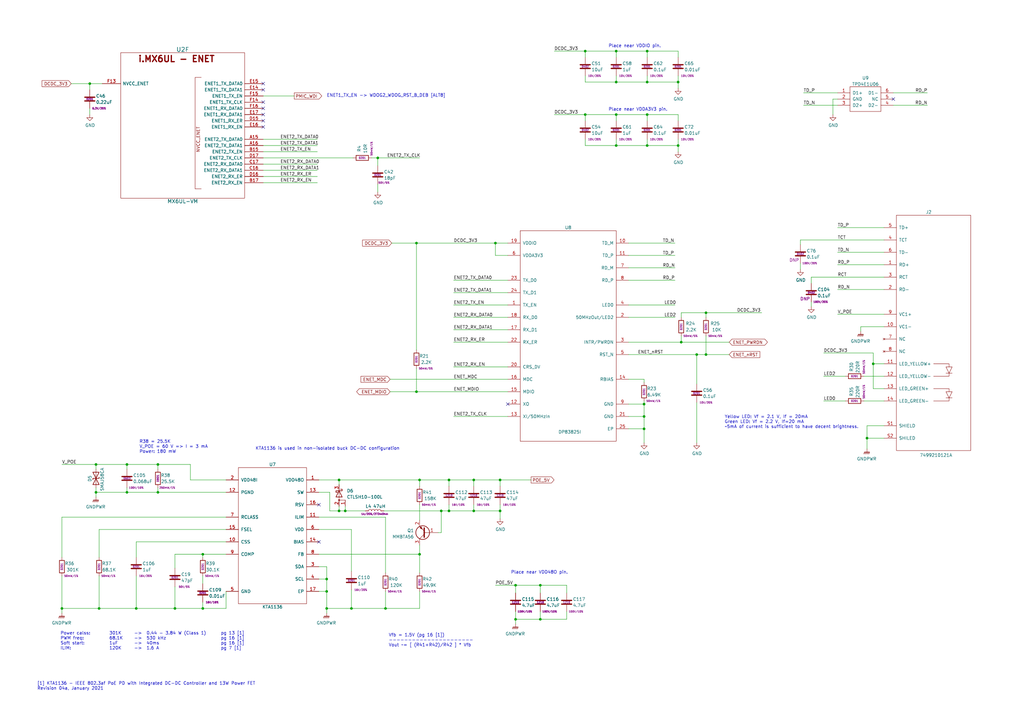
<source format=kicad_sch>
(kicad_sch (version 20230121) (generator eeschema)
  (paper "A3")
  (title_block (title "USB armory Mk II LAN") (date "2023-10-02") (rev "β") (company "WithSecure") (comment 1 "Copyright © WithSecure Corporation") (comment 2 "License: CERN-OHL-S") (comment 3 "https://github.com/usbarmory/usbarmory"))
  (junction (at 71.755 249.555))
  (junction (at 252.73 59.69))
  (junction (at 205.105 196.85))
  (junction (at 355.6 179.705))
  (junction (at 265.43 59.69))
  (junction (at 289.56 145.415))
  (junction (at 39.37 201.93))
  (junction (at 279.4 140.335))
  (junction (at 278.13 59.69))
  (junction (at 83.185 227.33))
  (junction (at 203.2 99.695))
  (junction (at 252.73 46.99))
  (junction (at 194.31 196.85))
  (junction (at 141.605 209.55))
  (junction (at 221.615 254))
  (junction (at 264.16 170.815))
  (junction (at 184.15 196.85))
  (junction (at 139.065 196.85))
  (junction (at 144.145 249.555))
  (junction (at 205.105 209.55))
  (junction (at 240.03 46.99))
  (junction (at 25.4 249.555))
  (junction (at 289.56 128.27))
  (junction (at 55.88 249.555))
  (junction (at 265.43 46.99))
  (junction (at 133.985 242.57))
  (junction (at 285.75 145.415))
  (junction (at 278.13 33.655))
  (junction (at 52.07 201.93))
  (junction (at 170.815 160.655))
  (junction (at 83.185 249.555))
  (junction (at 154.94 64.77))
  (junction (at 211.455 240.03))
  (junction (at 252.73 33.655))
  (junction (at 133.985 237.49))
  (junction (at 170.815 99.695))
  (junction (at 64.77 190.5))
  (junction (at 265.43 33.655))
  (junction (at 240.03 20.955))
  (junction (at 172.085 196.85))
  (junction (at 358.14 149.225))
  (junction (at 184.15 209.55))
  (junction (at 252.73 20.955))
  (junction (at 64.77 201.93))
  (junction (at 133.985 249.555))
  (junction (at 211.455 254))
  (junction (at 52.07 190.5))
  (junction (at 264.16 175.895))
  (junction (at 264.16 165.735))
  (junction (at 265.43 20.955))
  (junction (at 172.085 227.33))
  (junction (at 194.31 209.55))
  (junction (at 40.64 249.555))
  (junction (at 180.975 209.55))
  (junction (at 36.83 34.29))
  (junction (at 158.115 249.555))
  (junction (at 139.065 209.55))
  (junction (at 39.37 190.5))
  (junction (at 221.615 240.03))
  (no_connect (at 107.95 36.83))
  (no_connect (at 107.95 44.45))
  (no_connect (at 107.95 49.53))
  (no_connect (at 107.95 34.29))
  (no_connect (at 130.81 207.01))
  (no_connect (at 107.95 41.91))
  (no_connect (at 366.395 40.64))
  (no_connect (at 107.95 46.99))
  (no_connect (at 130.81 222.25))
  (no_connect (at 208.28 165.735))
  (no_connect (at 107.95 52.07))
  (wire (pts (xy 240.03 46.99) (xy 252.73 46.99)))
  (wire (pts (xy 186.055 150.495) (xy 208.28 150.495)))
  (wire (pts (xy 133.985 232.41) (xy 133.985 237.49)))
  (wire (pts (xy 227.33 46.99) (xy 240.03 46.99)))
  (wire (pts (xy 158.115 249.555) (xy 144.145 249.555)))
  (wire (pts (xy 362.585 133.985) (xy 353.06 133.985)))
  (wire (pts (xy 39.37 190.5) (xy 39.37 192.405)))
  (wire (pts (xy 289.56 137.795) (xy 289.56 145.415)))
  (wire (pts (xy 278.13 33.655) (xy 278.13 36.195)))
  (wire (pts (xy 160.655 99.695) (xy 170.815 99.695)))
  (wire (pts (xy 337.82 154.305) (xy 346.71 154.305)))
  (wire (pts (xy 83.185 236.22) (xy 83.185 239.395)))
  (wire (pts (xy 265.43 46.99) (xy 278.13 46.99)))
  (wire (pts (xy 64.77 200.025) (xy 64.77 201.93)))
  (wire (pts (xy 154.94 64.77) (xy 172.085 64.77)))
  (wire (pts (xy 157.48 209.55) (xy 180.975 209.55)))
  (wire (pts (xy 265.43 49.53) (xy 265.43 46.99)))
  (wire (pts (xy 332.74 123.825) (xy 332.74 125.73)))
  (wire (pts (xy 355.6 174.625) (xy 355.6 179.705)))
  (wire (pts (xy 135.255 209.55) (xy 139.065 209.55)))
  (wire (pts (xy 107.95 59.69) (xy 130.175 59.69)))
  (wire (pts (xy 170.815 99.695) (xy 203.2 99.695)))
  (wire (pts (xy 78.105 190.5) (xy 78.105 196.85)))
  (wire (pts (xy 39.37 200.025) (xy 39.37 201.93)))
  (wire (pts (xy 130.81 242.57) (xy 133.985 242.57)))
  (wire (pts (xy 341.63 40.64) (xy 341.63 46.99)))
  (wire (pts (xy 25.4 249.555) (xy 25.4 251.46)))
  (wire (pts (xy 107.95 69.85) (xy 130.175 69.85)))
  (wire (pts (xy 257.81 165.735) (xy 264.16 165.735)))
  (wire (pts (xy 343.535 118.745) (xy 362.585 118.745)))
  (wire (pts (xy 278.13 33.655) (xy 278.13 31.115)))
  (wire (pts (xy 265.43 59.69) (xy 278.13 59.69)))
  (wire (pts (xy 252.73 46.99) (xy 265.43 46.99)))
  (wire (pts (xy 278.13 59.69) (xy 278.13 57.15)))
  (wire (pts (xy 158.115 249.555) (xy 172.085 249.555)))
  (wire (pts (xy 107.95 39.37) (xy 120.65 39.37)))
  (wire (pts (xy 40.64 217.17) (xy 92.71 217.17)))
  (wire (pts (xy 55.88 249.555) (xy 40.64 249.555)))
  (wire (pts (xy 211.455 254) (xy 211.455 255.905)))
  (wire (pts (xy 257.81 99.695) (xy 276.86 99.695)))
  (wire (pts (xy 208.28 104.775) (xy 203.2 104.775)))
  (wire (pts (xy 252.73 33.655) (xy 265.43 33.655)))
  (wire (pts (xy 265.43 33.655) (xy 265.43 31.115)))
  (wire (pts (xy 170.815 160.655) (xy 208.28 160.655)))
  (wire (pts (xy 36.83 44.45) (xy 36.83 46.99)))
  (wire (pts (xy 71.755 240.665) (xy 71.755 249.555)))
  (wire (pts (xy 279.4 137.795) (xy 279.4 140.335)))
  (wire (pts (xy 130.81 217.17) (xy 144.145 217.17)))
  (wire (pts (xy 186.055 140.335) (xy 208.28 140.335)))
  (wire (pts (xy 353.06 133.985) (xy 353.06 135.89)))
  (wire (pts (xy 107.95 64.77) (xy 144.78 64.77)))
  (wire (pts (xy 279.4 130.175) (xy 279.4 128.27)))
  (wire (pts (xy 29.21 34.29) (xy 36.83 34.29)))
  (wire (pts (xy 194.31 196.85) (xy 205.105 196.85)))
  (wire (pts (xy 172.085 227.33) (xy 172.085 234.95)))
  (wire (pts (xy 139.065 196.85) (xy 172.085 196.85)))
  (wire (pts (xy 211.455 240.03) (xy 203.2 240.03)))
  (wire (pts (xy 64.77 201.93) (xy 92.71 201.93)))
  (wire (pts (xy 285.75 145.415) (xy 285.75 157.48)))
  (wire (pts (xy 205.105 209.55) (xy 205.105 212.725)))
  (wire (pts (xy 332.74 113.665) (xy 332.74 116.205)))
  (wire (pts (xy 92.71 242.57) (xy 92.71 249.555)))
  (wire (pts (xy 25.4 212.09) (xy 25.4 228.6)))
  (wire (pts (xy 186.055 125.095) (xy 208.28 125.095)))
  (wire (pts (xy 289.56 145.415) (xy 299.085 145.415)))
  (wire (pts (xy 179.705 218.44) (xy 180.975 218.44)))
  (wire (pts (xy 240.03 49.53) (xy 240.03 46.99)))
  (wire (pts (xy 205.105 196.85) (xy 217.805 196.85)))
  (wire (pts (xy 64.77 190.5) (xy 78.105 190.5)))
  (wire (pts (xy 264.16 155.575) (xy 264.16 156.845)))
  (wire (pts (xy 337.82 144.78) (xy 358.14 144.78)))
  (wire (pts (xy 52.07 200.025) (xy 52.07 201.93)))
  (wire (pts (xy 221.615 240.03) (xy 211.455 240.03)))
  (wire (pts (xy 257.81 109.855) (xy 276.86 109.855)))
  (wire (pts (xy 25.4 190.5) (xy 39.37 190.5)))
  (wire (pts (xy 36.83 34.29) (xy 41.91 34.29)))
  (wire (pts (xy 205.105 209.55) (xy 205.105 207.01)))
  (wire (pts (xy 343.535 93.345) (xy 362.585 93.345)))
  (wire (pts (xy 240.03 59.69) (xy 252.73 59.69)))
  (wire (pts (xy 203.2 104.775) (xy 203.2 99.695)))
  (wire (pts (xy 252.73 49.53) (xy 252.73 46.99)))
  (wire (pts (xy 264.16 175.895) (xy 264.16 181.61)))
  (wire (pts (xy 139.065 207.645) (xy 139.065 209.55)))
  (wire (pts (xy 40.64 236.22) (xy 40.64 249.555)))
  (wire (pts (xy 289.56 128.27) (xy 289.56 130.175)))
  (wire (pts (xy 139.065 196.85) (xy 139.065 198.755)))
  (wire (pts (xy 55.88 222.25) (xy 92.71 222.25)))
  (wire (pts (xy 107.95 72.39) (xy 130.175 72.39)))
  (wire (pts (xy 139.065 209.55) (xy 141.605 209.55)))
  (wire (pts (xy 285.75 165.1) (xy 285.75 181.61)))
  (wire (pts (xy 141.605 207.645) (xy 141.605 209.55)))
  (wire (pts (xy 289.56 128.27) (xy 312.42 128.27)))
  (wire (pts (xy 343.535 128.905) (xy 362.585 128.905)))
  (wire (pts (xy 265.43 23.495) (xy 265.43 20.955)))
  (wire (pts (xy 160.02 155.575) (xy 208.28 155.575)))
  (wire (pts (xy 25.4 236.22) (xy 25.4 249.555)))
  (wire (pts (xy 232.41 250.825) (xy 232.41 254)))
  (wire (pts (xy 194.31 196.85) (xy 194.31 199.39)))
  (wire (pts (xy 36.83 36.83) (xy 36.83 34.29)))
  (wire (pts (xy 328.295 98.425) (xy 362.585 98.425)))
  (wire (pts (xy 232.41 254) (xy 221.615 254)))
  (wire (pts (xy 257.81 170.815) (xy 264.16 170.815)))
  (wire (pts (xy 257.81 125.095) (xy 276.86 125.095)))
  (wire (pts (xy 186.055 114.935) (xy 208.28 114.935)))
  (wire (pts (xy 265.43 20.955) (xy 278.13 20.955)))
  (wire (pts (xy 78.105 196.85) (xy 92.71 196.85)))
  (wire (pts (xy 366.395 43.18) (xy 380.365 43.18)))
  (wire (pts (xy 252.73 59.69) (xy 265.43 59.69)))
  (wire (pts (xy 278.13 59.69) (xy 278.13 62.23)))
  (wire (pts (xy 154.94 64.77) (xy 154.94 67.945)))
  (wire (pts (xy 186.055 170.815) (xy 208.28 170.815)))
  (wire (pts (xy 186.055 135.255) (xy 208.28 135.255)))
  (wire (pts (xy 184.15 207.01) (xy 184.15 209.55)))
  (wire (pts (xy 83.185 227.33) (xy 71.755 227.33)))
  (wire (pts (xy 172.085 207.01) (xy 172.085 213.36)))
  (wire (pts (xy 257.81 104.775) (xy 276.86 104.775)))
  (wire (pts (xy 211.455 240.03) (xy 211.455 243.205)))
  (wire (pts (xy 130.81 201.93) (xy 135.255 201.93)))
  (wire (pts (xy 40.64 217.17) (xy 40.64 228.6)))
  (wire (pts (xy 252.73 57.15) (xy 252.73 59.69)))
  (wire (pts (xy 362.585 174.625) (xy 355.6 174.625)))
  (wire (pts (xy 154.94 75.565) (xy 154.94 78.74)))
  (wire (pts (xy 55.88 249.555) (xy 71.755 249.555)))
  (wire (pts (xy 130.81 237.49) (xy 133.985 237.49)))
  (wire (pts (xy 184.15 196.85) (xy 184.15 199.39)))
  (wire (pts (xy 160.02 160.655) (xy 170.815 160.655)))
  (wire (pts (xy 354.33 154.305) (xy 362.585 154.305)))
  (wire (pts (xy 257.81 140.335) (xy 279.4 140.335)))
  (wire (pts (xy 362.585 159.385) (xy 358.14 159.385)))
  (wire (pts (xy 83.185 249.555) (xy 92.71 249.555)))
  (wire (pts (xy 257.81 155.575) (xy 264.16 155.575)))
  (wire (pts (xy 264.16 164.465) (xy 264.16 165.735)))
  (wire (pts (xy 240.03 23.495) (xy 240.03 20.955)))
  (wire (pts (xy 257.81 175.895) (xy 264.16 175.895)))
  (wire (pts (xy 240.03 20.955) (xy 252.73 20.955)))
  (wire (pts (xy 240.03 31.115) (xy 240.03 33.655)))
  (wire (pts (xy 130.81 196.85) (xy 139.065 196.85)))
  (wire (pts (xy 55.88 236.22) (xy 55.88 249.555)))
  (wire (pts (xy 135.255 201.93) (xy 135.255 209.55)))
  (wire (pts (xy 144.145 217.17) (xy 144.145 234.315)))
  (wire (pts (xy 221.615 250.825) (xy 221.615 254)))
  (wire (pts (xy 152.4 64.77) (xy 154.94 64.77)))
  (wire (pts (xy 358.14 149.225) (xy 362.585 149.225)))
  (wire (pts (xy 172.085 223.52) (xy 172.085 227.33)))
  (wire (pts (xy 285.75 145.415) (xy 289.56 145.415)))
  (wire (pts (xy 358.14 149.225) (xy 358.14 144.78)))
  (wire (pts (xy 186.055 130.175) (xy 208.28 130.175)))
  (wire (pts (xy 107.95 74.93) (xy 130.175 74.93)))
  (wire (pts (xy 180.975 218.44) (xy 180.975 209.55)))
  (wire (pts (xy 329.565 38.1) (xy 343.535 38.1)))
  (wire (pts (xy 25.4 212.09) (xy 92.71 212.09)))
  (wire (pts (xy 221.615 254) (xy 211.455 254)))
  (wire (pts (xy 240.03 57.15) (xy 240.03 59.69)))
  (wire (pts (xy 265.43 33.655) (xy 278.13 33.655)))
  (wire (pts (xy 64.77 190.5) (xy 64.77 192.405)))
  (wire (pts (xy 358.14 159.385) (xy 358.14 149.225)))
  (wire (pts (xy 107.95 62.23) (xy 130.175 62.23)))
  (wire (pts (xy 264.16 165.735) (xy 264.16 170.815)))
  (wire (pts (xy 257.81 145.415) (xy 285.75 145.415)))
  (wire (pts (xy 343.535 40.64) (xy 341.63 40.64)))
  (wire (pts (xy 221.615 240.03) (xy 221.615 243.205)))
  (wire (pts (xy 252.73 20.955) (xy 265.43 20.955)))
  (wire (pts (xy 172.085 196.85) (xy 184.15 196.85)))
  (wire (pts (xy 71.755 227.33) (xy 71.755 233.045)))
  (wire (pts (xy 40.64 249.555) (xy 25.4 249.555)))
  (wire (pts (xy 170.815 151.13) (xy 170.815 160.655)))
  (wire (pts (xy 343.535 103.505) (xy 362.585 103.505)))
  (wire (pts (xy 83.185 247.015) (xy 83.185 249.555)))
  (wire (pts (xy 130.81 227.33) (xy 172.085 227.33)))
  (wire (pts (xy 133.985 237.49) (xy 133.985 242.57)))
  (wire (pts (xy 252.73 23.495) (xy 252.73 20.955)))
  (wire (pts (xy 39.37 201.93) (xy 39.37 203.835)))
  (wire (pts (xy 328.295 107.95) (xy 328.295 110.49)))
  (wire (pts (xy 184.15 196.85) (xy 194.31 196.85)))
  (wire (pts (xy 144.145 249.555) (xy 144.145 241.935)))
  (wire (pts (xy 354.33 164.465) (xy 362.585 164.465)))
  (wire (pts (xy 240.03 33.655) (xy 252.73 33.655)))
  (wire (pts (xy 83.185 227.33) (xy 83.185 228.6)))
  (wire (pts (xy 52.07 190.5) (xy 64.77 190.5)))
  (wire (pts (xy 278.13 20.955) (xy 278.13 23.495)))
  (wire (pts (xy 130.81 232.41) (xy 133.985 232.41)))
  (wire (pts (xy 158.115 212.09) (xy 158.115 234.95)))
  (wire (pts (xy 133.985 249.555) (xy 133.985 251.46)))
  (wire (pts (xy 52.07 190.5) (xy 52.07 192.405)))
  (wire (pts (xy 355.6 179.705) (xy 355.6 184.15)))
  (wire (pts (xy 141.605 209.55) (xy 149.86 209.55)))
  (wire (pts (xy 55.88 222.25) (xy 55.88 228.6)))
  (wire (pts (xy 39.37 201.93) (xy 52.07 201.93)))
  (wire (pts (xy 205.105 196.85) (xy 205.105 199.39)))
  (wire (pts (xy 184.15 209.55) (xy 194.31 209.55)))
  (wire (pts (xy 232.41 240.03) (xy 221.615 240.03)))
  (wire (pts (xy 107.95 67.31) (xy 130.175 67.31)))
  (wire (pts (xy 211.455 250.825) (xy 211.455 254)))
  (wire (pts (xy 158.115 242.57) (xy 158.115 249.555)))
  (wire (pts (xy 194.31 209.55) (xy 205.105 209.55)))
  (wire (pts (xy 172.085 249.555) (xy 172.085 242.57)))
  (wire (pts (xy 180.975 209.55) (xy 184.15 209.55)))
  (wire (pts (xy 232.41 243.205) (xy 232.41 240.03)))
  (wire (pts (xy 337.82 164.465) (xy 346.71 164.465)))
  (wire (pts (xy 279.4 140.335) (xy 299.085 140.335)))
  (wire (pts (xy 329.565 43.18) (xy 343.535 43.18)))
  (wire (pts (xy 227.33 20.955) (xy 240.03 20.955)))
  (wire (pts (xy 133.985 249.555) (xy 144.145 249.555)))
  (wire (pts (xy 39.37 190.5) (xy 52.07 190.5)))
  (wire (pts (xy 328.295 100.33) (xy 328.295 98.425)))
  (wire (pts (xy 92.71 227.33) (xy 83.185 227.33)))
  (wire (pts (xy 264.16 170.815) (xy 264.16 175.895)))
  (wire (pts (xy 71.755 249.555) (xy 83.185 249.555)))
  (wire (pts (xy 107.95 57.15) (xy 130.175 57.15)))
  (wire (pts (xy 172.085 196.85) (xy 172.085 199.39)))
  (wire (pts (xy 265.43 59.69) (xy 265.43 57.15)))
  (wire (pts (xy 355.6 179.705) (xy 362.585 179.705)))
  (wire (pts (xy 257.81 130.175) (xy 276.86 130.175)))
  (wire (pts (xy 194.31 207.01) (xy 194.31 209.55)))
  (wire (pts (xy 343.535 108.585) (xy 362.585 108.585)))
  (wire (pts (xy 252.73 31.115) (xy 252.73 33.655)))
  (wire (pts (xy 130.81 212.09) (xy 158.115 212.09)))
  (wire (pts (xy 186.055 120.015) (xy 208.28 120.015)))
  (wire (pts (xy 279.4 128.27) (xy 289.56 128.27)))
  (wire (pts (xy 257.81 114.935) (xy 276.86 114.935)))
  (wire (pts (xy 133.985 242.57) (xy 133.985 249.555)))
  (wire (pts (xy 52.07 201.93) (xy 64.77 201.93)))
  (wire (pts (xy 278.13 46.99) (xy 278.13 49.53)))
  (wire (pts (xy 170.815 99.695) (xy 170.815 143.51)))
  (wire (pts (xy 203.2 99.695) (xy 208.28 99.695)))
  (wire (pts (xy 332.74 113.665) (xy 362.585 113.665)))
  (wire (pts (xy 366.395 38.1) (xy 380.365 38.1)))
  (text "Place near VDDIO pin." (at 249.555 19.685 0) (effects (font (size 1.27 1.27)) (justify left bottom)))
  (text "Vfb = 1.5V (pg 16 [1])\n----------------------\nVout ~= [ (R41+R42)/R42 ] * Vfb" (at 159.385 265.43 0) (effects (font (size 1.27 1.27)) (justify left bottom)))
  (text "ENET1_TX_EN -> WDOG2_WDOG_RST_B_DEB [ALT8]" (at 133.985 40.005 0) (effects (font (size 1.27 1.27)) (justify left bottom)))
  (text "Place near VDDA3V3 pin." (at 249.555 45.72 0) (effects (font (size 1.27 1.27)) (justify left bottom)))
  (text "KTA1136 is used in non-isolated buck DC-DC configuration" (at 104.775 184.785 0) (effects (font (size 1.27 1.27)) (justify left bottom)))
  (text "[1] KTA1136 - IEEE 802.3af PoE PD with Integrated DC-DC Controller and 13W Power FET\nRevision 04a, January 2021" (at 15.24 283.21 0) (effects (font (size 1.27 1.27)) (justify left bottom)))
  (text "Yellow LED: Vf = 2.1 V, If = 20mA\nGreen LED: Vf = 2.2 V, If=20 mA\n~5mA of current is sufficient to have decent brightness." (at 297.18 175.895 0) (effects (font (size 1.27 1.27)) (justify left bottom)))
  (text "Place near VDD48O pin." (at 209.55 235.585 0) (effects (font (size 1.27 1.27)) (justify left bottom)))
  (text "Power calss:	301K	->	0.44 - 3.84 W (Class 1)	pg 13 [1]\nPWM freq:		68.1K	->	530 kHz		         	pg 16 [1]\nSoft start:		1uF		->	40ms					pg 16 [1]\nILIM:			120K	->	1.6 A					pg 7 [1]" (at 24.765 266.7 0) (effects (font (size 1.27 1.27)) (justify left bottom)))
  (text "R38 = 25.5K\nV_POE = 60 V => I = 3 mA\nPower: 180 mW" (at 57.15 186.055 0) (effects (font (size 1.27 1.27)) (justify left bottom)))
  (label "LED2" (at 337.82 154.305 0))
  (label "ENET2_RX_DATA1" (at 114.935 69.85 0))
  (label "RD_N" (at 343.535 118.745 0))
  (label "RD_N" (at 380.365 43.18 180))
  (label "ENET2_TX_EN" (at 114.935 62.23 0))
  (label "RD_N" (at 271.78 109.855 0))
  (label "ENET_MDC" (at 186.055 155.575 0))
  (label "ENET2_RX_EN" (at 186.055 150.495 0))
  (label "ENET2_TX_CLK" (at 186.055 170.815 0))
  (label "ENET_MDIO" (at 186.055 160.655 0))
  (label "ENET2_RX_ER" (at 114.935 72.39 0))
  (label "ENET2_RX_DATA1" (at 186.055 135.255 0))
  (label "LED0" (at 272.415 125.095 0))
  (label "ENET2_TX_DATA0" (at 114.935 57.15 0))
  (label "DCDC_3V3" (at 186.055 99.695 0))
  (label "POE_5V" (at 203.2 240.03 0))
  (label "V_POE" (at 25.4 190.5 0))
  (label "ENET2_RX_DATA0" (at 114.935 67.31 0))
  (label "TCT" (at 343.535 98.425 0))
  (label "DCDC_3V3" (at 227.33 46.99 0))
  (label "RD_P" (at 380.365 38.1 180))
  (label "TD_P" (at 271.78 104.775 0))
  (label "DCDC_3V3" (at 227.33 20.955 0))
  (label "RD_P" (at 343.535 108.585 0))
  (label "ENET2_RX_ER" (at 186.055 140.335 0))
  (label "DCDC_3V3" (at 302.26 128.27 0))
  (label "ENET2_TX_DATA1" (at 114.935 59.69 0))
  (label "TD_N" (at 329.565 43.18 0))
  (label "ENET2_RX_EN" (at 114.935 74.93 0))
  (label "V_POE" (at 343.535 128.905 0))
  (label "RCT" (at 343.535 113.665 0))
  (label "ENET2_TX_DATA0" (at 186.055 114.935 0))
  (label "LED0" (at 337.82 164.465 0))
  (label "ENET_nRST" (at 261.62 145.415 0))
  (label "TD_N" (at 271.78 99.695 0))
  (label "LED2" (at 272.415 130.175 0))
  (label "DCDC_3V3" (at 337.82 144.78 0))
  (label "ENET2_TX_DATA1" (at 186.055 120.015 0))
  (label "ENET2_TX_EN" (at 186.055 125.095 0))
  (label "TD_P" (at 343.535 93.345 0))
  (label "ENET2_RX_DATA0" (at 186.055 130.175 0))
  (label "TD_N" (at 343.535 103.505 0))
  (label "ENET2_TX_CLK" (at 158.75 64.77 0))
  (label "RD_P" (at 271.78 114.935 0))
  (label "TD_P" (at 329.565 38.1 0))
  (global_label "ENET_MDIO" (shape bidirectional) (at 160.02 160.655 180) (property "Intersheetrefs" "${INTERSHEET_REFS}" (effects hide)))
  (global_label "ENET_PWRDN" (shape bidirectional) (at 299.085 140.335 0) (property "Intersheetrefs" "${INTERSHEET_REFS}" (effects hide)))
  (global_label "PMIC_WDI" (shape output) (at 120.65 39.37 0) (property "Intersheetrefs" "${INTERSHEET_REFS}" (effects hide)))
  (global_label "DCDC_3V3" (shape input) (at 29.21 34.29 180) (property "Intersheetrefs" "${INTERSHEET_REFS}" (effects hide)))
  (global_label "POE_5V" (shape output) (at 217.805 196.85 0) (property "Intersheetrefs" "${INTERSHEET_REFS}" (effects hide)))
  (global_label "ENET_nRST" (shape input) (at 299.085 145.415 0) (property "Intersheetrefs" "${INTERSHEET_REFS}" (effects hide)))
  (global_label "ENET_MDC" (shape input) (at 160.02 155.575 180) (property "Intersheetrefs" "${INTERSHEET_REFS}" (effects hide)))
  (global_label "DCDC_3V3" (shape input) (at 160.655 99.695 180) (property "Intersheetrefs" "${INTERSHEET_REFS}" (effects hide)))
  (symbol (lib_id "Power:GND") (at 285.75 181.61 0) (unit 1)
    (property "Reference" "#PWR033" (effects hide))
    (property "Value" "GND" (at 285.877 186.0042 0))
  )
  (symbol (lib_id "Device:C") (at 144.145 238.125 0) (unit 1)
    (property "Reference" "C110" (at 146.685 236.855 0) (effects (justify left)))
    (property "Value" "1uF" (at 146.685 239.395 0) (effects (justify left)))
    (property "Footprint" "armory-kicad:SM0201" (effects hide))
    (property "Mfg" "Murata Electronics" (effects hide))
    (property "Mfg PN" "GRM033R61C105ME15D" (effects hide))
    (property "Desc" "X5R, 20%, 16V" (effects hide))
    (property "Supplier" "Digikey" (effects hide))
    (property "Supplier PN" "490-18654-2-ND" (effects hide))
    (property "FP" "0201" (at 144.145 238.125 0) (effects (font (size 0.762 0.762))))
    (property "Rating" "16V/20%" (at 147.955 241.935 0) (effects (font (size 0.762 0.762))))
  )
  (symbol (lib_id "Device:C") (at 154.94 71.755 0) (unit 1)
    (property "Reference" "C42" (at 157.48 70.485 0) (effects (justify left)))
    (property "Value" "18pF" (at 157.48 73.025 0) (effects (justify left)))
    (property "Footprint" "armory-kicad:SM0201" (effects hide))
    (property "Mfg" "Murata Electronics North America" (effects hide))
    (property "Mfg PN" "GRM0335C1H180JA01D" (effects hide))
    (property "Desc" "C0G, 5%, 50V" (effects hide))
    (property "Supplier" "Digikey" (effects hide))
    (property "Supplier PN" "490-6117-2-ND" (effects hide))
    (property "FP" "0201" (at 154.94 71.755 0) (effects (font (size 0.762 0.762))))
    (property "Rating" "50V/5%" (at 157.48 74.93 0) (effects (font (size 0.762 0.762))))
    (property "Alternative PN" "GRM0335C1H180GA01D" (effects hide))
  )
  (symbol (lib_id "Device:C") (at 211.455 247.015 0) (unit 1)
    (property "Reference" "C115" (at 213.995 245.745 0) (effects (justify left)))
    (property "Value" "4.7uF" (at 213.995 248.285 0) (effects (justify left)))
    (property "Footprint" "armory-kicad:SM1210" (effects hide))
    (property "Mfg" "Samsung Electro-Mechanics" (effects hide))
    (property "Mfg PN" "CL32B475KCVZW6E" (effects hide))
    (property "Desc" "X7R, 10%, 100V" (effects hide))
    (property "Supplier" "Digikey" (effects hide))
    (property "Supplier PN" "1276-7060-2-ND" (effects hide))
    (property "FP" "1210" (at 211.455 247.015 0) (effects (font (size 0.762 0.762))))
    (property "Rating" "100V/10%" (at 215.265 250.825 0) (effects (font (size 0.762 0.762))))
  )
  (symbol (lib_id "Device:C") (at 194.31 203.2 0) (unit 1)
    (property "Reference" "C113" (at 196.85 201.93 0) (effects (justify left)))
    (property "Value" "47uF" (at 196.85 204.47 0) (effects (justify left)))
    (property "Footprint" "armory-kicad:SM1210" (effects hide))
    (property "Mfg" "Murata Electronics" (effects hide))
    (property "Mfg PN" "GRM32ER61C476KE15K" (effects hide))
    (property "Desc" "X5R, 10%, 16V" (effects hide))
    (property "Supplier" "Digikey" (effects hide))
    (property "Supplier PN" "490-6538-2-ND" (effects hide))
    (property "FP" "1210" (at 194.31 203.2 0) (effects (font (size 0.762 0.762))))
    (property "Rating" "16V/10%" (at 198.12 207.01 0) (effects (font (size 0.762 0.762))))
  )
  (symbol (lib_id "Device:D_Schottky_AAK") (at 139.065 202.565 270) (unit 1)
    (property "Reference" "D6" (at 142.24 201.295 90) (effects (justify left)))
    (property "Value" "CTLSH10-100L" (at 142.24 203.835 90) (effects (justify left)))
    (property "Footprint" "armory-kicad:TLM364" (effects hide))
    (property "Mfg" "Central Semiconductor Corp" (effects hide))
    (property "Mfg PN" "CTLSH10-100L TR13 PBFREE" (effects hide))
    (property "Desc" "Diode Schottky 100V 10A" (effects hide))
    (property "Supplier" "Digikey" (effects hide))
    (property "Supplier PN" "3372-SB10100LTR-ND" (effects hide))
  )
  (symbol (lib_id "Device:R") (at 25.4 232.41 180) (unit 1)
    (property "Reference" "R36" (at 30.48 231.14 0) (effects (justify left)))
    (property "Value" "301K" (at 32.385 233.68 0) (effects (justify left)))
    (property "Footprint" "armory-kicad:SM0201" (effects hide))
    (property "Mfg" "Panasonic Electronic Components" (effects hide))
    (property "Mfg PN" "ERJ-1GNF3013C" (effects hide))
    (property "Desc" "1%, 50mW" (effects hide))
    (property "Supplier" "Digikey" (effects hide))
    (property "Supplier PN" "P122918TR-ND" (effects hide))
    (property "FP" "0201" (at 25.4 232.41 90) (effects (font (size 0.762 0.762))))
    (property "Rating" "50mW/1%" (at 29.21 236.22 0) (effects (font (size 0.762 0.762))))
  )
  (symbol (lib_id "Device:R") (at 279.4 133.985 180) (unit 1)
    (property "Reference" "R24" (at 285.115 132.715 0) (effects (justify left)))
    (property "Value" "2.2K" (at 285.75 135.255 0) (effects (justify left)))
    (property "Footprint" "armory-kicad:SM0201" (effects hide))
    (property "Mfg" "Vishay Dale" (effects hide))
    (property "Mfg PN" "CRCW02012K20JNED" (effects hide))
    (property "Desc" "5%, 50mW" (effects hide))
    (property "Supplier" "Digikey" (effects hide))
    (property "Supplier PN" "541-2.2KAGDKR-ND" (effects hide))
    (property "FP" "0201" (at 279.4 133.985 90) (effects (font (size 0.762 0.762))))
    (property "Rating" "50mW/5%" (at 283.21 137.795 0) (effects (font (size 0.762 0.762))))
  )
  (symbol (lib_id "armory-mkII:7499210121A") (at 384.175 88.265 0) (unit 1)
    (property "Reference" "J2" (at 379.73 86.995 0) (effects (justify left)))
    (property "Value" "7499210121A" (at 377.19 186.69 0) (effects (justify left)))
    (property "Footprint" "armory-kicad:WURTH_7499210121A" (effects hide))
    (property "Datasheet" "https://www.we-online.com/catalog/datasheet/7499210121A.pdf" (effects hide))
    (property "Mfg" "Würth Elektronik" (effects hide))
    (property "Mfg PN" "7499210121A" (effects hide))
    (property "Desc" "RJ45 connector" (effects hide))
    (property "Supplier" "Digikey" (effects hide))
    (property "Supplier PN" "732-4974-ND" (effects hide))
  )
  (symbol (lib_id "Device:C") (at 221.615 247.015 0) (unit 1)
    (property "Reference" "C116" (at 224.155 245.745 0) (effects (justify left)))
    (property "Value" "4.7uF" (at 224.155 248.285 0) (effects (justify left)))
    (property "Footprint" "armory-kicad:SM1210" (effects hide))
    (property "Mfg" "Samsung Electro-Mechanics" (effects hide))
    (property "Mfg PN" "CL32B475KCVZW6E" (effects hide))
    (property "Desc" "X7R, 10%, 100V" (effects hide))
    (property "Supplier" "Digikey" (effects hide))
    (property "Supplier PN" "1276-7060-2-ND" (effects hide))
    (property "FP" "1210" (at 221.615 247.015 0) (effects (font (size 0.762 0.762))))
    (property "Rating" "100V/10%" (at 225.425 250.825 0) (effects (font (size 0.762 0.762))))
  )
  (symbol (lib_id "Device:C") (at 240.03 27.305 0) (unit 1)
    (property "Reference" "C51" (at 242.57 26.035 0) (effects (justify left)))
    (property "Value" "10uF" (at 242.57 28.575 0) (effects (justify left)))
    (property "Footprint" "armory-kicad:SM0402" (effects hide))
    (property "Mfg" "Samsung Electro-Mechanics" (effects hide))
    (property "Mfg PN" "CL05A106MP8NUB8" (effects hide))
    (property "Desc" "X5R, 20%, 10V" (effects hide))
    (property "Supplier" "Digikey" (effects hide))
    (property "Supplier PN" "1276-6830-1-ND" (effects hide))
    (property "FP" "0402" (at 240.03 27.305 0) (effects (font (size 0.762 0.762))))
    (property "Rating" "10V/20%" (at 243.84 31.115 0) (effects (font (size 0.762 0.762))))
  )
  (symbol (lib_id "Device:C") (at 232.41 247.015 0) (unit 1)
    (property "Reference" "C117" (at 234.95 245.745 0) (effects (justify left)))
    (property "Value" "4.7uF" (at 234.95 248.285 0) (effects (justify left)))
    (property "Footprint" "armory-kicad:SM1210" (effects hide))
    (property "Mfg" "Samsung Electro-Mechanics" (effects hide))
    (property "Mfg PN" "CL32B475KCVZW6E" (effects hide))
    (property "Desc" "X7R, 10%, 100V" (effects hide))
    (property "Supplier" "Digikey" (effects hide))
    (property "Supplier PN" "1276-7060-2-ND" (effects hide))
    (property "FP" "1210" (at 232.41 247.015 0) (effects (font (size 0.762 0.762))))
    (property "Rating" "100V/10%" (at 236.22 250.825 0) (effects (font (size 0.762 0.762))))
  )
  (symbol (lib_id "Device:C") (at 71.755 236.855 0) (unit 1)
    (property "Reference" "C19" (at 74.295 235.585 0) (effects (justify left)))
    (property "Value" "47pF" (at 74.295 238.125 0) (effects (justify left)))
    (property "Footprint" "armory-kicad:SM0201" (effects hide))
    (property "Mfg" "Murata Electronics" (effects hide))
    (property "Mfg PN" "GRM0335C1H470JA01D" (effects hide))
    (property "Desc" "C0G, 5%, 50V" (effects hide))
    (property "Supplier" "Digikey" (effects hide))
    (property "Supplier PN" "490-6129-6-ND" (effects hide))
    (property "FP" "0201" (at 71.755 236.855 0) (effects (font (size 0.762 0.762))))
    (property "Rating" "50V/5%" (at 75.565 240.665 0) (effects (font (size 0.762 0.762))))
  )
  (symbol (lib_id "Device:C") (at 252.73 27.305 0) (unit 1)
    (property "Reference" "C58" (at 255.27 26.035 0) (effects (justify left)))
    (property "Value" "1uF" (at 255.27 28.575 0) (effects (justify left)))
    (property "Footprint" "armory-kicad:SM0201" (effects hide))
    (property "Mfg" "Murata Electronics North America" (effects hide))
    (property "Mfg PN" "GRM033R61A105ME15D" (effects hide))
    (property "Desc" "X5R, 20%, 10V" (effects hide))
    (property "Supplier" "Digikey" (effects hide))
    (property "Supplier PN" "490-13226-2-ND" (effects hide))
    (property "FP" "0201" (at 252.73 27.305 0) (effects (font (size 0.762 0.762))))
    (property "Rating" "10V/20%" (at 256.54 31.115 0) (effects (font (size 0.762 0.762))))
    (property "Alternative PN" "CL03A105KP3NSNC" (effects hide))
  )
  (symbol (lib_id "Power:GND") (at 332.74 125.73 0) (unit 1)
    (property "Reference" "#PWR043" (effects hide))
    (property "Value" "GND" (at 332.867 130.1242 0))
  )
  (symbol (lib_id "armory-mkII:DP83825I") (at 233.68 94.615 0) (unit 1)
    (property "Reference" "U8" (at 233.045 93.345 0))
    (property "Value" "DP83825I" (at 233.68 177.165 0))
    (property "Footprint" "snapeda:XCVR_DP83825IRMQR" (effects hide))
    (property "Datasheet" "https://www.ti.com/lit/ds/symlink/dp83825i.pdf" (effects hide))
    (property "Mfg" "Texas Instruments" (effects hide))
    (property "Mfg PN" "DP83825IRMQR" (effects hide))
    (property "Desc" "Ethernet PHY" (effects hide))
    (property "Supplier" "Digikey" (effects hide))
    (property "Supplier PN" "296-DP83825IRMQTTR-ND" (effects hide))
    (property "Alternative PN" "DP83825IRMQT" (effects hide))
  )
  (symbol (lib_id "Power:GND") (at 341.63 46.99 0) (unit 1)
    (property "Reference" "#PWR03" (effects hide))
    (property "Value" "GND" (at 341.757 51.3842 0))
  )
  (symbol (lib_id "Power:GND") (at 278.13 62.23 0) (unit 1)
    (property "Reference" "#PWR036" (effects hide))
    (property "Value" "GND" (at 278.257 66.6242 0))
  )
  (symbol (lib_id "Device:C") (at 240.03 53.34 0) (unit 1)
    (property "Reference" "C54" (at 242.57 52.07 0) (effects (justify left)))
    (property "Value" "10uF" (at 242.57 54.61 0) (effects (justify left)))
    (property "Footprint" "armory-kicad:SM0402" (effects hide))
    (property "Mfg" "Samsung Electro-Mechanics" (effects hide))
    (property "Mfg PN" "CL05A106MP8NUB8" (effects hide))
    (property "Desc" "X5R, 20%, 10V" (effects hide))
    (property "Supplier" "Digikey" (effects hide))
    (property "Supplier PN" "1276-6830-1-ND" (effects hide))
    (property "FP" "0402" (at 240.03 53.34 0) (effects (font (size 0.762 0.762))))
    (property "Rating" "10V/20%" (at 243.84 57.15 0) (effects (font (size 0.762 0.762))))
  )
  (symbol (lib_id "Device:C") (at 278.13 53.34 0) (unit 1)
    (property "Reference" "C72" (at 280.67 52.07 0) (effects (justify left)))
    (property "Value" "0.01uF" (at 280.67 54.61 0) (effects (justify left)))
    (property "Footprint" "armory-kicad:SM0201" (effects hide))
    (property "Mfg" "Murata Electronics" (effects hide))
    (property "Mfg PN" "GCM033R71A103MA03D" (effects hide))
    (property "Desc" "X7R, 20%, 10V" (effects hide))
    (property "Supplier" "Digikey" (effects hide))
    (property "Supplier PN" "490-GCM033R71A103MA03DDKR-ND" (effects hide))
    (property "FP" "0201" (at 278.13 53.34 0) (effects (font (size 0.762 0.762))))
    (property "Rating" "10V/20%" (at 281.94 57.15 0) (effects (font (size 0.762 0.762))))
  )
  (symbol (lib_id "Device:C") (at 205.105 203.2 0) (unit 1)
    (property "Reference" "C114" (at 207.645 201.93 0) (effects (justify left)))
    (property "Value" "47uF" (at 207.645 204.47 0) (effects (justify left)))
    (property "Footprint" "armory-kicad:SM1210" (effects hide))
    (property "Mfg" "Murata Electronics" (effects hide))
    (property "Mfg PN" "GRM32ER61C476KE15K" (effects hide))
    (property "Desc" "X5R, 10%, 16V" (effects hide))
    (property "Supplier" "Digikey" (effects hide))
    (property "Supplier PN" "490-6538-2-ND" (effects hide))
    (property "FP" "1210" (at 205.105 203.2 0) (effects (font (size 0.762 0.762))))
    (property "Rating" "16V/10%" (at 208.915 207.01 0) (effects (font (size 0.762 0.762))))
  )
  (symbol (lib_id "Device:R") (at 83.185 232.41 180) (unit 1)
    (property "Reference" "R39" (at 88.265 231.14 0) (effects (justify left)))
    (property "Value" "30.1K" (at 90.17 233.68 0) (effects (justify left)))
    (property "Footprint" "armory-kicad:SM0201" (effects hide))
    (property "Mfg" "Panasonic Electronic Components" (effects hide))
    (property "Mfg PN" "ERJ-1GNF3012C" (effects hide))
    (property "Desc" "1%, 50mW" (effects hide))
    (property "Supplier" "Digikey" (effects hide))
    (property "Supplier PN" "P122917DKR-ND" (effects hide))
    (property "FP" "0201" (at 83.185 232.41 90) (effects (font (size 0.762 0.762))))
    (property "Rating" "50mW/1%" (at 86.995 236.22 0) (effects (font (size 0.762 0.762))))
  )
  (symbol (lib_id "Power:GNDPWR") (at 25.4 251.46 0) (unit 1)
    (property "Reference" "#PWR0108" (effects hide))
    (property "Value" "GNDPWR" (at 25.273 255.497 0))
  )
  (symbol (lib_id "Device:D_TVS") (at 39.37 196.215 90) (mirror x) (unit 1)
    (property "Reference" "D5" (at 36.83 194.945 0) (effects (justify left)))
    (property "Value" "SMAJ58CA" (at 41.91 191.77 0) (effects (justify left)))
    (property "Footprint" "armory-kicad:DO-214AC" (effects hide))
    (property "Datasheet" "https://www.bourns.com/docs/Product-Datasheets/SMAJ.pdf" (effects hide))
    (property "Mfg" "Bourns Inc." (effects hide))
    (property "Mfg PN" "SMAJ58CA" (effects hide))
    (property "Desc" "TVS diode, 58V" (effects hide))
    (property "Supplier" "Digikey" (effects hide))
    (property "Supplier PN" "SMAJ58CABDKR-ND" (effects hide))
  )
  (symbol (lib_id "Power:GND") (at 36.83 46.99 0) (unit 1)
    (property "Reference" "#PWR0104" (effects hide))
    (property "Value" "GND" (at 36.957 51.3842 0))
  )
  (symbol (lib_id "Power:GNDPWR") (at 39.37 203.835 0) (unit 1)
    (property "Reference" "#PWR0119" (effects hide))
    (property "Value" "GNDPWR" (at 39.243 207.872 0))
  )
  (symbol (lib_id "Device:C") (at 36.83 40.64 0) (unit 1)
    (property "Reference" "C46" (at 39.37 39.37 0) (effects (justify left)))
    (property "Value" "0.22uF" (at 39.37 41.91 0) (effects (justify left)))
    (property "Footprint" "armory-kicad:SM0201" (effects hide))
    (property "Mfg" "Murata Electronics North America" (effects hide))
    (property "Mfg PN" "GRM033R60J224ME15D" (effects hide))
    (property "Desc" "X5R, 20%, 6.3V" (effects hide))
    (property "Supplier" "Digikey" (effects hide))
    (property "Supplier PN" "490-10407-1-ND" (effects hide))
    (property "FP" "0201" (at 36.83 40.64 0) (effects (font (size 0.762 0.762))))
    (property "Rating" "6.3V/20%" (at 40.64 44.45 0) (effects (font (size 0.762 0.762))))
  )
  (symbol (lib_id "Device:C") (at 184.15 203.2 0) (unit 1)
    (property "Reference" "C112" (at 186.69 201.93 0) (effects (justify left)))
    (property "Value" "47uF" (at 186.69 204.47 0) (effects (justify left)))
    (property "Footprint" "armory-kicad:SM1210" (effects hide))
    (property "Mfg" "Murata Electronics" (effects hide))
    (property "Mfg PN" "GRM32ER61C476KE15K" (effects hide))
    (property "Desc" "X5R, 10%, 16V" (effects hide))
    (property "Supplier" "Digikey" (effects hide))
    (property "Supplier PN" "490-6538-2-ND" (effects hide))
    (property "FP" "1210" (at 184.15 203.2 0) (effects (font (size 0.762 0.762))))
    (property "Rating" "16V/10%" (at 187.96 207.01 0) (effects (font (size 0.762 0.762))))
  )
  (symbol (lib_id "armory-mkII:MX6UL-VM") (at 74.93 21.59 0) (unit 6)
    (property "Reference" "U2" (at 74.93 20.32 0) (effects (font (size 1.778 1.778))))
    (property "Value" "MX6UL-VM" (at 74.93 82.55 0) (effects (font (size 1.524 1.524))))
    (property "Footprint" "armory-kicad:SOT1534-2" (effects hide))
    (property "Datasheet" "https://www.nxp.com/docs/en/data-sheet/IMX6ULLCEC.pdf" (effects hide))
    (property "Mfg PN" "MCIMX6Y2DVM09AB" (effects hide))
    (property "Mfg" "NXP" (effects hide))
    (property "Desc" "SoC" (effects hide))
    (property "Supplier" "Digikey" (effects hide))
    (property "Supplier PN" "568-14995-ND" (effects hide))
  )
  (symbol (lib_id "Device:R") (at 170.815 147.32 180) (unit 1)
    (property "Reference" "R21" (at 175.895 146.05 0) (effects (justify left)))
    (property "Value" "2.2K" (at 177.165 148.59 0) (effects (justify left)))
    (property "Footprint" "armory-kicad:SM0201" (effects hide))
    (property "Mfg" "Vishay Dale" (effects hide))
    (property "Mfg PN" "CRCW02012K20JNED" (effects hide))
    (property "Desc" "5%, 50mW" (effects hide))
    (property "Supplier" "Digikey" (effects hide))
    (property "Supplier PN" "541-2.2KAGDKR-ND" (effects hide))
    (property "FP" "0201" (at 170.815 147.32 90) (effects (font (size 0.762 0.762))))
    (property "Rating" "50mW/5%" (at 174.625 151.13 0) (effects (font (size 0.762 0.762))))
  )
  (symbol (lib_id "Device:R") (at 172.085 203.2 180) (unit 1)
    (property "Reference" "R41" (at 177.165 201.93 0) (effects (justify left)))
    (property "Value" "158K" (at 179.07 204.47 0) (effects (justify left)))
    (property "Footprint" "armory-kicad:SM0201" (effects hide))
    (property "Mfg" "Panasonic Electronic Components" (effects hide))
    (property "Mfg PN" "ERJ-1GNF1583C" (effects hide))
    (property "Desc" "1%, 50mW" (effects hide))
    (property "Supplier" "Digikey" (effects hide))
    (property "Supplier PN" "P122753TR-ND" (effects hide))
    (property "FP" "0201" (at 172.085 203.2 90) (effects (font (size 0.762 0.762))))
    (property "Rating" "50mW/1%" (at 175.895 207.01 0) (effects (font (size 0.762 0.762))))
  )
  (symbol (lib_id "Device:R") (at 40.64 232.41 180) (unit 1)
    (property "Reference" "R37" (at 45.72 231.14 0) (effects (justify left)))
    (property "Value" "68.1K" (at 47.625 233.68 0) (effects (justify left)))
    (property "Footprint" "armory-kicad:SM0201" (effects hide))
    (property "Mfg" "Panasonic Electronic Components" (effects hide))
    (property "Mfg PN" "ERJ-1GNF6812C" (effects hide))
    (property "Desc" "1%, 50mW" (effects hide))
    (property "Supplier" "Digikey" (effects hide))
    (property "Supplier PN" "P123130DKR-ND" (effects hide))
    (property "FP" "0201" (at 40.64 232.41 90) (effects (font (size 0.762 0.762))))
    (property "Rating" "50mW/1%" (at 44.45 236.22 0) (effects (font (size 0.762 0.762))))
  )
  (symbol (lib_id "Power:GND") (at 278.13 36.195 0) (unit 1)
    (property "Reference" "#PWR034" (effects hide))
    (property "Value" "GND" (at 278.257 40.5892 0))
  )
  (symbol (lib_id "Power:GNDPWR") (at 133.985 251.46 0) (unit 1)
    (property "Reference" "#PWR0110" (effects hide))
    (property "Value" "GNDPWR" (at 133.858 255.497 0))
  )
  (symbol (lib_id "Device:C") (at 328.295 104.14 0) (unit 1)
    (property "Reference" "C76" (at 330.835 102.87 0) (effects (justify left)))
    (property "Value" "0.1uF" (at 330.835 105.41 0) (effects (justify left)))
    (property "Footprint" "armory-kicad:SM0402" (effects hide))
    (property "Mfg" "Murata Electronics" (effects hide))
    (property "Mfg PN" "GRM155R62A104ME14D" (effects hide))
    (property "Desc" "X5R, 20%, 100V" (effects hide))
    (property "Supplier" "Digikey" (effects hide))
    (property "Supplier PN" "490-10459-2-ND" (effects hide))
    (property "FP" "0402" (at 328.295 104.14 0) (effects (font (size 0.762 0.762))))
    (property "Rating" "100V/20%" (at 332.105 107.95 0) (effects (font (size 0.762 0.762))))
    (property "DNP" "DNP" (at 325.755 106.68 0))
  )
  (symbol (lib_id "Device:C") (at 52.07 196.215 0) (unit 1)
    (property "Reference" "C105" (at 54.61 194.945 0) (effects (justify left)))
    (property "Value" "0.068uF" (at 54.61 197.485 0) (effects (justify left)))
    (property "Footprint" "armory-kicad:SM0603" (effects hide))
    (property "Mfg" "TDK Corporation" (effects hide))
    (property "Mfg PN" "C1608X7S2A683K080AB" (effects hide))
    (property "Desc" "X7S, 10%, 100V" (effects hide))
    (property "Supplier" "Digikey" (effects hide))
    (property "Supplier PN" "445-6034-6-ND" (effects hide))
    (property "FP" "0603" (at 52.07 196.215 0) (effects (font (size 0.762 0.762))))
    (property "Rating" "100V/10%" (at 55.88 200.025 0) (effects (font (size 0.762 0.762))))
  )
  (symbol (lib_id "Device:C") (at 285.75 161.29 0) (unit 1)
    (property "Reference" "C56" (at 288.29 160.02 0) (effects (justify left)))
    (property "Value" "0.1uF" (at 288.29 162.56 0) (effects (justify left)))
    (property "Footprint" "armory-kicad:SM0201" (effects hide))
    (property "Mfg" "Murata Electronics North America" (effects hide))
    (property "Mfg PN" "GRM033R61A104ME15D" (effects hide))
    (property "Desc" "X5R, 20%, 10V" (effects hide))
    (property "Supplier" "Digikey" (effects hide))
    (property "Supplier PN" "490-5405-2-ND" (effects hide))
    (property "FP" "0201" (at 285.75 161.29 0) (effects (font (size 0.762 0.762))))
    (property "Rating" "10V/20%" (at 289.56 165.1 0) (effects (font (size 0.762 0.762))))
  )
  (symbol (lib_id "Power:GNDPWR") (at 353.06 135.89 0) (unit 1)
    (property "Reference" "#PWR0121" (effects hide))
    (property "Value" "GNDPWR" (at 352.933 139.927 0))
  )
  (symbol (lib_id "Device:R") (at 172.085 238.76 180) (unit 1)
    (property "Reference" "R42" (at 177.165 237.49 0) (effects (justify left)))
    (property "Value" "49.9K" (at 179.07 240.03 0) (effects (justify left)))
    (property "Footprint" "armory-kicad:SM0201" (effects hide))
    (property "Mfg" "Panasonic Electronic Components" (effects hide))
    (property "Mfg PN" "ERJ-1GNF4992C" (effects hide))
    (property "Desc" "1%, 50mW" (effects hide))
    (property "Supplier" "Digikey" (effects hide))
    (property "Supplier PN" "P123047TR-ND" (effects hide))
    (property "FP" "0201" (at 172.085 238.76 90) (effects (font (size 0.762 0.762))))
    (property "Rating" "50mW/1%" (at 175.895 242.57 0) (effects (font (size 0.762 0.762))))
  )
  (symbol (lib_id "Device:R") (at 289.56 133.985 180) (unit 1)
    (property "Reference" "R25" (at 295.275 132.715 0) (effects (justify left)))
    (property "Value" "10K" (at 295.91 135.255 0) (effects (justify left)))
    (property "Footprint" "armory-kicad:SM0201" (effects hide))
    (property "Mfg" "Vishay Dale" (effects hide))
    (property "Mfg PN" "CRCW020110K0JNED" (effects hide))
    (property "Desc" "5%, 50mW" (effects hide))
    (property "Supplier" "Digikey" (effects hide))
    (property "Supplier PN" "541-10KAGTR-ND" (effects hide))
    (property "FP" "0201" (at 289.56 133.985 90) (effects (font (size 0.762 0.762))))
    (property "Rating" "50mW/5%" (at 293.37 137.795 0) (effects (font (size 0.762 0.762))))
  )
  (symbol (lib_id "Device:L") (at 153.67 209.55 90) (unit 1)
    (property "Reference" "L4" (at 151.13 207.645 90))
    (property "Value" "47uH" (at 155.575 207.645 90))
    (property "Footprint" "armory-kicad:WE-LQS-5040" (effects hide))
    (property "Mfg" "Würth Elektronik" (effects hide))
    (property "Mfg PN" "74404054470" (effects hide))
    (property "Desc" "20%, 1A, 272 mOhm" (effects hide))
    (property "Supplier" "Digikey" (effects hide))
    (property "Supplier PN" "732-5524-6-ND" (effects hide))
    (property "FP" "WE-PD" (effects hide))
    (property "Rating" "1A/20%/272mOhm" (at 153.67 210.82 90) (effects (font (size 0.762 0.762))))
  )
  (symbol (lib_id "Power:GND") (at 264.16 181.61 0) (unit 1)
    (property "Reference" "#PWR029" (effects hide))
    (property "Value" "GND" (at 264.287 186.0042 0))
  )
  (symbol (lib_id "armory-mkII:TPD4E1U06") (at 354.965 35.56 0) (unit 1)
    (property "Reference" "U9" (at 354.965 31.9872 0))
    (property "Value" "TPD4E1U06" (at 354.965 34.5241 0))
    (property "Footprint" "armory-kicad:SOT-65" (effects hide))
    (property "Datasheet" "https://www.ti.com/lit/ds/symlink/tpd4e1u06.pdf" (effects hide))
    (property "Mfg" "Texas Instruments" (effects hide))
    (property "Mfg PN" "TPD4E1U06DCK" (effects hide))
    (property "Desc" "ESD protection" (effects hide))
    (property "Supplier" "Digikey" (effects hide))
    (property "Supplier PN" "296-39347-2-ND" (effects hide))
  )
  (symbol (lib_id "armory-mkII:KTA1136") (at 111.76 191.77 0) (unit 1)
    (property "Reference" "U7" (at 111.76 190.5 0))
    (property "Value" "KTA1136" (at 111.76 248.92 0))
    (property "Footprint" "armory-kicad:TQFN44-16" (effects hide))
    (property "Datasheet" "https://www.kinet-ic.com/uploads/KTA1136-04a.pdf" (effects hide))
    (property "Mfg" "Kinetic Technologies" (effects hide))
    (property "Mfg PN" "KTA1136EUAE-TR " (effects hide))
    (property "Desc" "PoE PD Controller" (effects hide))
    (property "Supplier" "Mouser" (effects hide))
    (property "Supplier PN" "389-KTA1136EUAE-TR" (effects hide))
  )
  (symbol (lib_id "Device:C") (at 83.185 243.205 0) (unit 1)
    (property "Reference" "C109" (at 85.725 241.935 0) (effects (justify left)))
    (property "Value" "0.01uF" (at 85.725 244.475 0) (effects (justify left)))
    (property "Footprint" "armory-kicad:SM0201" (effects hide))
    (property "Mfg" "Murata Electronics" (effects hide))
    (property "Mfg PN" "GRM033R71C103KE14D" (effects hide))
    (property "Desc" "X7R, 10%, 16V" (effects hide))
    (property "Supplier" "Digikey" (effects hide))
    (property "Supplier PN" "490-14453-2-ND" (effects hide))
    (property "FP" "0201" (at 83.185 243.205 0) (effects (font (size 0.762 0.762))))
    (property "Rating" "16V/10%" (at 86.995 247.015 0) (effects (font (size 0.762 0.762))))
  )
  (symbol (lib_id "Device:R") (at 64.77 196.215 180) (unit 1)
    (property "Reference" "R38" (at 69.85 194.945 0) (effects (justify left)))
    (property "Value" "25.5K" (at 71.755 197.485 0) (effects (justify left)))
    (property "Footprint" "armory-kicad:SM0805" (effects hide))
    (property "Mfg" "KOA Speer Electronics, Inc." (effects hide))
    (property "Mfg PN" "RK73H2ATTD2552F" (effects hide))
    (property "Desc" "1%, 250mW" (effects hide))
    (property "Supplier" "Digikey" (effects hide))
    (property "Supplier PN" "2019-RK73H2ATTD2552FTR-ND" (effects hide))
    (property "FP" "0805" (at 64.77 196.215 90) (effects (font (size 0.762 0.762))))
    (property "Rating" "250mW/1%" (at 68.58 200.025 0) (effects (font (size 0.762 0.762))))
  )
  (symbol (lib_id "Device:R") (at 350.52 154.305 270) (unit 1)
    (property "Reference" "R30" (at 349.25 150.495 0))
    (property "Value" "220R" (at 351.79 150.495 0))
    (property "Footprint" "armory-kicad:SM0201" (effects hide))
    (property "Mfg" "Vishay Dale" (effects hide))
    (property "Mfg PN" "CRCW0201220RFNED" (effects hide))
    (property "Desc" "1%, 50mW" (effects hide))
    (property "Supplier" "Digikey" (effects hide))
    (property "Supplier PN" "541-CRCW0201220RFNEDDKR-ND" (effects hide))
    (property "FP" "0201" (at 350.52 154.305 90) (effects (font (size 0.762 0.762))))
    (property "Rating" "50mW/1%" (at 354.33 150.495 0) (effects (font (size 0.762 0.762))))
  )
  (symbol (lib_id "Device:C") (at 265.43 53.34 0) (unit 1)
    (property "Reference" "C64" (at 267.97 52.07 0) (effects (justify left)))
    (property "Value" "0.1uF" (at 267.97 54.61 0) (effects (justify left)))
    (property "Footprint" "armory-kicad:SM0201" (effects hide))
    (property "Mfg" "Murata Electronics North America" (effects hide))
    (property "Mfg PN" "GRM033R61A104ME15D" (effects hide))
    (property "Desc" "X5R, 20%, 10V" (effects hide))
    (property "Supplier" "Digikey" (effects hide))
    (property "Supplier PN" "490-5405-2-ND" (effects hide))
    (property "FP" "0201" (at 265.43 53.34 0) (effects (font (size 0.762 0.762))))
    (property "Rating" "10V/20%" (at 269.24 57.15 0) (effects (font (size 0.762 0.762))))
  )
  (symbol (lib_id "Device:R") (at 350.52 164.465 270) (unit 1)
    (property "Reference" "R35" (at 349.25 160.655 0))
    (property "Value" "220R" (at 351.79 160.655 0))
    (property "Footprint" "armory-kicad:SM0201" (effects hide))
    (property "Mfg" "Vishay Dale" (effects hide))
    (property "Mfg PN" "CRCW0201220RFNED" (effects hide))
    (property "Desc" "1%, 50mW" (effects hide))
    (property "Supplier" "Digikey" (effects hide))
    (property "Supplier PN" "541-CRCW0201220RFNEDDKR-ND" (effects hide))
    (property "FP" "0201" (at 350.52 164.465 90) (effects (font (size 0.762 0.762))))
    (property "Rating" "50mW/1%" (at 354.33 160.655 0) (effects (font (size 0.762 0.762))))
  )
  (symbol (lib_id "Power:GNDPWR") (at 355.6 184.15 0) (unit 1)
    (property "Reference" "#PWR0109" (effects hide))
    (property "Value" "GNDPWR" (at 355.473 188.187 0))
  )
  (symbol (lib_id "Power:GND") (at 154.94 78.74 0) (unit 1)
    (property "Reference" "#PWR026" (effects hide))
    (property "Value" "GND" (at 155.067 83.1342 0))
  )
  (symbol (lib_id "BJT:MMBTA92") (at 174.625 218.44 180) (unit 1)
    (property "Reference" "Q1" (at 169.7737 217.6053 0) (effects (justify left)))
    (property "Value" "MMBTA56" (at 169.7737 220.1422 0) (effects (justify left)))
    (property "Footprint" "Package_TO_SOT_SMD:SOT-23" (effects hide))
    (property "Datasheet" "https://www.onsemi.com/pdf/datasheet/mmbta55lt1-d.pdf" (effects hide))
    (property "Mfg" "Onsemi" (effects hide))
    (property "Mfg PN" "MMBTA56LT1G" (effects hide))
    (property "Desc" "PNP Driver Transistor" (effects hide))
    (property "Supplier" "Digikey" (effects hide))
    (property "Supplier PN" "MMBTA56LT1GOSTR-ND" (effects hide))
  )
  (symbol (lib_id "Power:GND") (at 328.295 110.49 0) (unit 1)
    (property "Reference" "#PWR039" (effects hide))
    (property "Value" "GND" (at 328.422 114.8842 0))
  )
  (symbol (lib_id "Power:GND") (at 205.105 212.725 0) (unit 1)
    (property "Reference" "#PWR050" (effects hide))
    (property "Value" "GND" (at 205.232 217.1192 0))
  )
  (symbol (lib_id "Device:R") (at 158.115 238.76 180) (unit 1)
    (property "Reference" "R40" (at 163.195 237.49 0) (effects (justify left)))
    (property "Value" "120K" (at 165.1 240.03 0) (effects (justify left)))
    (property "Footprint" "armory-kicad:SM0201" (effects hide))
    (property "Mfg" "Panasonic Electronic Components" (effects hide))
    (property "Mfg PN" "ERJ-1GNF1203C" (effects hide))
    (property "Desc" "1%, 50mW" (effects hide))
    (property "Supplier" "Digikey" (effects hide))
    (property "Supplier PN" "P122695DKR-ND" (effects hide))
    (property "FP" "0201" (at 158.115 238.76 90) (effects (font (size 0.762 0.762))))
    (property "Rating" "50mW/1%" (at 161.925 242.57 0) (effects (font (size 0.762 0.762))))
  )
  (symbol (lib_id "Device:R") (at 264.16 160.655 180) (unit 1)
    (property "Reference" "R23" (at 269.24 159.385 0) (effects (justify left)))
    (property "Value" "6.49K" (at 271.145 161.925 0) (effects (justify left)))
    (property "Footprint" "armory-kicad:SM0201" (effects hide))
    (property "Mfg" "Vishay Dale" (effects hide))
    (property "Mfg PN" "CRCW02016K49FNED" (effects hide))
    (property "Desc" "1%, 50mW" (effects hide))
    (property "Supplier" "Digikey" (effects hide))
    (property "Supplier PN" "541-CRCW02016K49FNEDTR-ND" (effects hide))
    (property "FP" "0201" (at 264.16 160.655 90) (effects (font (size 0.762 0.762))))
    (property "Rating" "50mW/1%" (at 267.97 164.465 0) (effects (font (size 0.762 0.762))))
  )
  (symbol (lib_id "Device:C") (at 55.88 232.41 0) (unit 1)
    (property "Reference" "C106" (at 58.42 231.14 0) (effects (justify left)))
    (property "Value" "1uF" (at 58.42 233.68 0) (effects (justify left)))
    (property "Footprint" "armory-kicad:SM0201" (effects hide))
    (property "Mfg" "Murata Electronics" (effects hide))
    (property "Mfg PN" "GRM033R61C105ME15D" (effects hide))
    (property "Desc" "X5R, 20%, 16V" (effects hide))
    (property "Supplier" "Digikey" (effects hide))
    (property "Supplier PN" "490-18654-2-ND" (effects hide))
    (property "FP" "0201" (at 55.88 232.41 0) (effects (font (size 0.762 0.762))))
    (property "Rating" "16V/20%" (at 59.69 236.22 0) (effects (font (size 0.762 0.762))))
  )
  (symbol (lib_id "Device:C") (at 332.74 120.015 0) (unit 1)
    (property "Reference" "C104" (at 335.28 118.745 0) (effects (justify left)))
    (property "Value" "0.1uF" (at 335.28 121.285 0) (effects (justify left)))
    (property "Footprint" "armory-kicad:SM0402" (effects hide))
    (property "Mfg" "Murata Electronics" (effects hide))
    (property "Mfg PN" "GRM155R62A104ME14D" (effects hide))
    (property "Desc" "X5R, 20%, 100V" (effects hide))
    (property "Supplier" "Digikey" (effects hide))
    (property "Supplier PN" "490-10459-2-ND" (effects hide))
    (property "FP" "0402" (at 332.74 120.015 0) (effects (font (size 0.762 0.762))))
    (property "Rating" "100V/20%" (at 336.55 123.825 0) (effects (font (size 0.762 0.762))))
    (property "DNP" "DNP" (at 330.2 122.555 0))
  )
  (symbol (lib_id "Device:C") (at 265.43 27.305 0) (unit 1)
    (property "Reference" "C62" (at 267.97 26.035 0) (effects (justify left)))
    (property "Value" "0.1uF" (at 267.97 28.575 0) (effects (justify left)))
    (property "Footprint" "armory-kicad:SM0201" (effects hide))
    (property "Mfg" "Murata Electronics North America" (effects hide))
    (property "Mfg PN" "GRM033R61A104ME15D" (effects hide))
    (property "Desc" "X5R, 20%, 10V" (effects hide))
    (property "Supplier" "Digikey" (effects hide))
    (property "Supplier PN" "490-5405-2-ND" (effects hide))
    (property "FP" "0201" (at 265.43 27.305 0) (effects (font (size 0.762 0.762))))
    (property "Rating" "10V/20%" (at 269.24 31.115 0) (effects (font (size 0.762 0.762))))
  )
  (symbol (lib_id "Device:C") (at 252.73 53.34 0) (unit 1)
    (property "Reference" "C61" (at 255.27 52.07 0) (effects (justify left)))
    (property "Value" "1uF" (at 255.27 54.61 0) (effects (justify left)))
    (property "Footprint" "armory-kicad:SM0201" (effects hide))
    (property "Mfg" "Murata Electronics North America" (effects hide))
    (property "Mfg PN" "GRM033R61A105ME15D" (effects hide))
    (property "Desc" "X5R, 20%, 10V" (effects hide))
    (property "Supplier" "Digikey" (effects hide))
    (property "Supplier PN" "490-13226-2-ND" (effects hide))
    (property "FP" "0201" (at 252.73 53.34 0) (effects (font (size 0.762 0.762))))
    (property "Rating" "10V/20%" (at 256.54 57.15 0) (effects (font (size 0.762 0.762))))
    (property "Alternative PN" "CL03A105KP3NSNC" (effects hide))
  )
  (symbol (lib_id "Device:C") (at 278.13 27.305 0) (unit 1)
    (property "Reference" "C65" (at 280.67 26.035 0) (effects (justify left)))
    (property "Value" "0.01uF" (at 280.67 28.575 0) (effects (justify left)))
    (property "Footprint" "armory-kicad:SM0201" (effects hide))
    (property "Mfg" "Murata Electronics" (effects hide))
    (property "Mfg PN" "GCM033R71A103MA03D" (effects hide))
    (property "Desc" "X7R, 20%, 10V" (effects hide))
    (property "Supplier" "Digikey" (effects hide))
    (property "Supplier PN" "490-GCM033R71A103MA03DDKR-ND" (effects hide))
    (property "FP" "0201" (at 278.13 27.305 0) (effects (font (size 0.762 0.762))))
    (property "Rating" "10V/20%" (at 281.94 31.115 0) (effects (font (size 0.762 0.762))))
  )
  (symbol (lib_id "Power:GNDPWR") (at 211.455 255.905 0) (unit 1)
    (property "Reference" "#PWR0113" (effects hide))
    (property "Value" "GNDPWR" (at 211.328 259.942 0))
  )
  (symbol (lib_id "Device:R") (at 148.59 64.77 270) (unit 1)
    (property "Reference" "R4" (at 147.32 60.96 0))
    (property "Value" "10R" (at 149.86 60.96 0))
    (property "Footprint" "armory-kicad:SM0201" (effects hide))
    (property "Mfg" "Vishay Dale" (effects hide))
    (property "Mfg PN" "CRCW020110R0JNED" (effects hide))
    (property "Desc" "5%, 50mW" (effects hide))
    (property "Supplier" "Digikey" (effects hide))
    (property "Supplier PN" "541-10AGDKR-ND" (effects hide))
    (property "FP" "0201" (at 148.59 64.77 90) (effects (font (size 0.762 0.762))))
    (property "Rating" "50mW/1%" (at 152.4 60.96 0) (effects (font (size 0.762 0.762))))
  )
)
</source>
